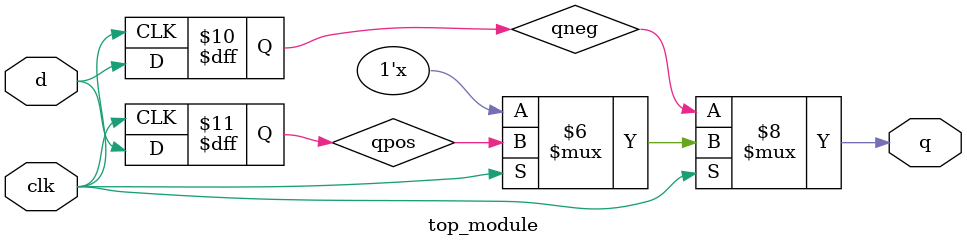
<source format=v>
module top_module (
    input clk,
    input d,
    output q
);
    reg qpos;
    reg qneg;
    initial begin 
        qneg<=0;
        qpos<=0;
    end
    always@(posedge clk) begin
        qpos<=d;
    end
	
    always@(negedge clk) begin
        qneg<=d;
    end
    
    always@(*) begin
        if (clk)
            q<=qpos;
        if (~clk)
            q<=qneg;
    end
endmodule

</source>
